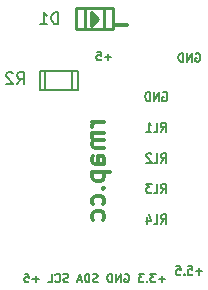
<source format=gbr>
G04 #@! TF.FileFunction,Legend,Bot*
%FSLAX46Y46*%
G04 Gerber Fmt 4.6, Leading zero omitted, Abs format (unit mm)*
G04 Created by KiCad (PCBNEW 0.201512051503+6347~38~ubuntu14.04.1-stable) date Sun 13 Dec 2015 13:51:11 CET*
%MOMM*%
G01*
G04 APERTURE LIST*
%ADD10C,0.100000*%
%ADD11C,0.175000*%
%ADD12C,0.300000*%
%ADD13C,0.127000*%
%ADD14C,0.254000*%
G04 APERTURE END LIST*
D10*
D11*
X149063000Y-94284000D02*
X148529667Y-94284000D01*
X148796334Y-94550667D02*
X148796334Y-94017333D01*
X147863000Y-93850667D02*
X148196333Y-93850667D01*
X148229667Y-94184000D01*
X148196333Y-94150667D01*
X148129667Y-94117333D01*
X147963000Y-94117333D01*
X147896333Y-94150667D01*
X147863000Y-94184000D01*
X147829667Y-94250667D01*
X147829667Y-94417333D01*
X147863000Y-94484000D01*
X147896333Y-94517333D01*
X147963000Y-94550667D01*
X148129667Y-94550667D01*
X148196333Y-94517333D01*
X148229667Y-94484000D01*
X156235333Y-94011000D02*
X156301999Y-93977667D01*
X156401999Y-93977667D01*
X156501999Y-94011000D01*
X156568666Y-94077667D01*
X156601999Y-94144333D01*
X156635333Y-94277667D01*
X156635333Y-94377667D01*
X156601999Y-94511000D01*
X156568666Y-94577667D01*
X156501999Y-94644333D01*
X156401999Y-94677667D01*
X156335333Y-94677667D01*
X156235333Y-94644333D01*
X156201999Y-94611000D01*
X156201999Y-94377667D01*
X156335333Y-94377667D01*
X155901999Y-94677667D02*
X155901999Y-93977667D01*
X155501999Y-94677667D01*
X155501999Y-93977667D01*
X155168666Y-94677667D02*
X155168666Y-93977667D01*
X155002000Y-93977667D01*
X154902000Y-94011000D01*
X154835333Y-94077667D01*
X154802000Y-94144333D01*
X154768666Y-94277667D01*
X154768666Y-94377667D01*
X154802000Y-94511000D01*
X154835333Y-94577667D01*
X154902000Y-94644333D01*
X155002000Y-94677667D01*
X155168666Y-94677667D01*
X156802000Y-112452143D02*
X156268667Y-112452143D01*
X156535334Y-112756905D02*
X156535334Y-112147381D01*
X155602000Y-111956905D02*
X155935333Y-111956905D01*
X155968667Y-112337857D01*
X155935333Y-112299762D01*
X155868667Y-112261667D01*
X155702000Y-112261667D01*
X155635333Y-112299762D01*
X155602000Y-112337857D01*
X155568667Y-112414048D01*
X155568667Y-112604524D01*
X155602000Y-112680714D01*
X155635333Y-112718810D01*
X155702000Y-112756905D01*
X155868667Y-112756905D01*
X155935333Y-112718810D01*
X155968667Y-112680714D01*
X155268666Y-112680714D02*
X155235333Y-112718810D01*
X155268666Y-112756905D01*
X155302000Y-112718810D01*
X155268666Y-112680714D01*
X155268666Y-112756905D01*
X154602000Y-111956905D02*
X154935333Y-111956905D01*
X154968667Y-112337857D01*
X154935333Y-112299762D01*
X154868667Y-112261667D01*
X154702000Y-112261667D01*
X154635333Y-112299762D01*
X154602000Y-112337857D01*
X154568667Y-112414048D01*
X154568667Y-112604524D01*
X154602000Y-112680714D01*
X154635333Y-112718810D01*
X154702000Y-112756905D01*
X154868667Y-112756905D01*
X154935333Y-112718810D01*
X154968667Y-112680714D01*
X153441333Y-97290000D02*
X153507999Y-97251905D01*
X153607999Y-97251905D01*
X153707999Y-97290000D01*
X153774666Y-97366190D01*
X153807999Y-97442381D01*
X153841333Y-97594762D01*
X153841333Y-97709048D01*
X153807999Y-97861429D01*
X153774666Y-97937619D01*
X153707999Y-98013810D01*
X153607999Y-98051905D01*
X153541333Y-98051905D01*
X153441333Y-98013810D01*
X153407999Y-97975714D01*
X153407999Y-97709048D01*
X153541333Y-97709048D01*
X153107999Y-98051905D02*
X153107999Y-97251905D01*
X152707999Y-98051905D01*
X152707999Y-97251905D01*
X152374666Y-98051905D02*
X152374666Y-97251905D01*
X152208000Y-97251905D01*
X152108000Y-97290000D01*
X152041333Y-97366190D01*
X152008000Y-97442381D01*
X151974666Y-97594762D01*
X151974666Y-97709048D01*
X152008000Y-97861429D01*
X152041333Y-97937619D01*
X152108000Y-98013810D01*
X152208000Y-98051905D01*
X152374666Y-98051905D01*
X153308000Y-100641905D02*
X153541334Y-100260952D01*
X153708000Y-100641905D02*
X153708000Y-99841905D01*
X153441334Y-99841905D01*
X153374667Y-99880000D01*
X153341334Y-99918095D01*
X153308000Y-99994286D01*
X153308000Y-100108571D01*
X153341334Y-100184762D01*
X153374667Y-100222857D01*
X153441334Y-100260952D01*
X153708000Y-100260952D01*
X152674667Y-100641905D02*
X153008000Y-100641905D01*
X153008000Y-99841905D01*
X152074667Y-100641905D02*
X152474667Y-100641905D01*
X152274667Y-100641905D02*
X152274667Y-99841905D01*
X152341333Y-99956190D01*
X152408000Y-100032381D01*
X152474667Y-100070476D01*
X153308000Y-103231905D02*
X153541334Y-102850952D01*
X153708000Y-103231905D02*
X153708000Y-102431905D01*
X153441334Y-102431905D01*
X153374667Y-102470000D01*
X153341334Y-102508095D01*
X153308000Y-102584286D01*
X153308000Y-102698571D01*
X153341334Y-102774762D01*
X153374667Y-102812857D01*
X153441334Y-102850952D01*
X153708000Y-102850952D01*
X152674667Y-103231905D02*
X153008000Y-103231905D01*
X153008000Y-102431905D01*
X152474667Y-102508095D02*
X152441333Y-102470000D01*
X152374667Y-102431905D01*
X152208000Y-102431905D01*
X152141333Y-102470000D01*
X152108000Y-102508095D01*
X152074667Y-102584286D01*
X152074667Y-102660476D01*
X152108000Y-102774762D01*
X152508000Y-103231905D01*
X152074667Y-103231905D01*
X153308000Y-105821905D02*
X153541334Y-105440952D01*
X153708000Y-105821905D02*
X153708000Y-105021905D01*
X153441334Y-105021905D01*
X153374667Y-105060000D01*
X153341334Y-105098095D01*
X153308000Y-105174286D01*
X153308000Y-105288571D01*
X153341334Y-105364762D01*
X153374667Y-105402857D01*
X153441334Y-105440952D01*
X153708000Y-105440952D01*
X152674667Y-105821905D02*
X153008000Y-105821905D01*
X153008000Y-105021905D01*
X152508000Y-105021905D02*
X152074667Y-105021905D01*
X152308000Y-105326667D01*
X152208000Y-105326667D01*
X152141333Y-105364762D01*
X152108000Y-105402857D01*
X152074667Y-105479048D01*
X152074667Y-105669524D01*
X152108000Y-105745714D01*
X152141333Y-105783810D01*
X152208000Y-105821905D01*
X152408000Y-105821905D01*
X152474667Y-105783810D01*
X152508000Y-105745714D01*
X153308000Y-108411905D02*
X153541334Y-108030952D01*
X153708000Y-108411905D02*
X153708000Y-107611905D01*
X153441334Y-107611905D01*
X153374667Y-107650000D01*
X153341334Y-107688095D01*
X153308000Y-107764286D01*
X153308000Y-107878571D01*
X153341334Y-107954762D01*
X153374667Y-107992857D01*
X153441334Y-108030952D01*
X153708000Y-108030952D01*
X152674667Y-108411905D02*
X153008000Y-108411905D01*
X153008000Y-107611905D01*
X152141333Y-107878571D02*
X152141333Y-108411905D01*
X152308000Y-107573810D02*
X152474667Y-108145238D01*
X152041333Y-108145238D01*
X153651000Y-113080000D02*
X153117667Y-113080000D01*
X153384334Y-113346667D02*
X153384334Y-112813333D01*
X152851000Y-112646667D02*
X152417667Y-112646667D01*
X152651000Y-112913333D01*
X152551000Y-112913333D01*
X152484333Y-112946667D01*
X152451000Y-112980000D01*
X152417667Y-113046667D01*
X152417667Y-113213333D01*
X152451000Y-113280000D01*
X152484333Y-113313333D01*
X152551000Y-113346667D01*
X152751000Y-113346667D01*
X152817667Y-113313333D01*
X152851000Y-113280000D01*
X152117666Y-113280000D02*
X152084333Y-113313333D01*
X152117666Y-113346667D01*
X152151000Y-113313333D01*
X152117666Y-113280000D01*
X152117666Y-113346667D01*
X151851000Y-112646667D02*
X151417667Y-112646667D01*
X151651000Y-112913333D01*
X151551000Y-112913333D01*
X151484333Y-112946667D01*
X151451000Y-112980000D01*
X151417667Y-113046667D01*
X151417667Y-113213333D01*
X151451000Y-113280000D01*
X151484333Y-113313333D01*
X151551000Y-113346667D01*
X151751000Y-113346667D01*
X151817667Y-113313333D01*
X151851000Y-113280000D01*
X150217667Y-112680000D02*
X150284333Y-112646667D01*
X150384333Y-112646667D01*
X150484333Y-112680000D01*
X150551000Y-112746667D01*
X150584333Y-112813333D01*
X150617667Y-112946667D01*
X150617667Y-113046667D01*
X150584333Y-113180000D01*
X150551000Y-113246667D01*
X150484333Y-113313333D01*
X150384333Y-113346667D01*
X150317667Y-113346667D01*
X150217667Y-113313333D01*
X150184333Y-113280000D01*
X150184333Y-113046667D01*
X150317667Y-113046667D01*
X149884333Y-113346667D02*
X149884333Y-112646667D01*
X149484333Y-113346667D01*
X149484333Y-112646667D01*
X149151000Y-113346667D02*
X149151000Y-112646667D01*
X148984334Y-112646667D01*
X148884334Y-112680000D01*
X148817667Y-112746667D01*
X148784334Y-112813333D01*
X148751000Y-112946667D01*
X148751000Y-113046667D01*
X148784334Y-113180000D01*
X148817667Y-113246667D01*
X148884334Y-113313333D01*
X148984334Y-113346667D01*
X149151000Y-113346667D01*
X147951001Y-113313333D02*
X147851001Y-113346667D01*
X147684334Y-113346667D01*
X147617667Y-113313333D01*
X147584334Y-113280000D01*
X147551001Y-113213333D01*
X147551001Y-113146667D01*
X147584334Y-113080000D01*
X147617667Y-113046667D01*
X147684334Y-113013333D01*
X147817667Y-112980000D01*
X147884334Y-112946667D01*
X147917667Y-112913333D01*
X147951001Y-112846667D01*
X147951001Y-112780000D01*
X147917667Y-112713333D01*
X147884334Y-112680000D01*
X147817667Y-112646667D01*
X147651001Y-112646667D01*
X147551001Y-112680000D01*
X147251000Y-113346667D02*
X147251000Y-112646667D01*
X147084334Y-112646667D01*
X146984334Y-112680000D01*
X146917667Y-112746667D01*
X146884334Y-112813333D01*
X146851000Y-112946667D01*
X146851000Y-113046667D01*
X146884334Y-113180000D01*
X146917667Y-113246667D01*
X146984334Y-113313333D01*
X147084334Y-113346667D01*
X147251000Y-113346667D01*
X146584334Y-113146667D02*
X146251000Y-113146667D01*
X146651000Y-113346667D02*
X146417667Y-112646667D01*
X146184334Y-113346667D01*
X145451001Y-113313333D02*
X145351001Y-113346667D01*
X145184334Y-113346667D01*
X145117667Y-113313333D01*
X145084334Y-113280000D01*
X145051001Y-113213333D01*
X145051001Y-113146667D01*
X145084334Y-113080000D01*
X145117667Y-113046667D01*
X145184334Y-113013333D01*
X145317667Y-112980000D01*
X145384334Y-112946667D01*
X145417667Y-112913333D01*
X145451001Y-112846667D01*
X145451001Y-112780000D01*
X145417667Y-112713333D01*
X145384334Y-112680000D01*
X145317667Y-112646667D01*
X145151001Y-112646667D01*
X145051001Y-112680000D01*
X144351000Y-113280000D02*
X144384334Y-113313333D01*
X144484334Y-113346667D01*
X144551000Y-113346667D01*
X144651000Y-113313333D01*
X144717667Y-113246667D01*
X144751000Y-113180000D01*
X144784334Y-113046667D01*
X144784334Y-112946667D01*
X144751000Y-112813333D01*
X144717667Y-112746667D01*
X144651000Y-112680000D01*
X144551000Y-112646667D01*
X144484334Y-112646667D01*
X144384334Y-112680000D01*
X144351000Y-112713333D01*
X143717667Y-113346667D02*
X144051000Y-113346667D01*
X144051000Y-112646667D01*
X142951000Y-113080000D02*
X142417667Y-113080000D01*
X142684334Y-113346667D02*
X142684334Y-112813333D01*
X141751000Y-112646667D02*
X142084333Y-112646667D01*
X142117667Y-112980000D01*
X142084333Y-112946667D01*
X142017667Y-112913333D01*
X141851000Y-112913333D01*
X141784333Y-112946667D01*
X141751000Y-112980000D01*
X141717667Y-113046667D01*
X141717667Y-113213333D01*
X141751000Y-113280000D01*
X141784333Y-113313333D01*
X141851000Y-113346667D01*
X142017667Y-113346667D01*
X142084333Y-113313333D01*
X142117667Y-113280000D01*
D12*
X149288572Y-91547143D02*
X150431429Y-91547143D01*
X148506571Y-99778858D02*
X147506571Y-99778858D01*
X147792286Y-99778858D02*
X147649429Y-99850286D01*
X147578000Y-99921715D01*
X147506571Y-100064572D01*
X147506571Y-100207429D01*
X148506571Y-100707429D02*
X147506571Y-100707429D01*
X147649429Y-100707429D02*
X147578000Y-100778857D01*
X147506571Y-100921715D01*
X147506571Y-101136000D01*
X147578000Y-101278857D01*
X147720857Y-101350286D01*
X148506571Y-101350286D01*
X147720857Y-101350286D02*
X147578000Y-101421715D01*
X147506571Y-101564572D01*
X147506571Y-101778857D01*
X147578000Y-101921715D01*
X147720857Y-101993143D01*
X148506571Y-101993143D01*
X148506571Y-103350286D02*
X147720857Y-103350286D01*
X147578000Y-103278857D01*
X147506571Y-103136000D01*
X147506571Y-102850286D01*
X147578000Y-102707429D01*
X148435143Y-103350286D02*
X148506571Y-103207429D01*
X148506571Y-102850286D01*
X148435143Y-102707429D01*
X148292286Y-102636000D01*
X148149429Y-102636000D01*
X148006571Y-102707429D01*
X147935143Y-102850286D01*
X147935143Y-103207429D01*
X147863714Y-103350286D01*
X147506571Y-104064572D02*
X149006571Y-104064572D01*
X147578000Y-104064572D02*
X147506571Y-104207429D01*
X147506571Y-104493143D01*
X147578000Y-104636000D01*
X147649429Y-104707429D01*
X147792286Y-104778858D01*
X148220857Y-104778858D01*
X148363714Y-104707429D01*
X148435143Y-104636000D01*
X148506571Y-104493143D01*
X148506571Y-104207429D01*
X148435143Y-104064572D01*
X148363714Y-105421715D02*
X148435143Y-105493143D01*
X148506571Y-105421715D01*
X148435143Y-105350286D01*
X148363714Y-105421715D01*
X148506571Y-105421715D01*
X148435143Y-106778858D02*
X148506571Y-106636001D01*
X148506571Y-106350287D01*
X148435143Y-106207429D01*
X148363714Y-106136001D01*
X148220857Y-106064572D01*
X147792286Y-106064572D01*
X147649429Y-106136001D01*
X147578000Y-106207429D01*
X147506571Y-106350287D01*
X147506571Y-106636001D01*
X147578000Y-106778858D01*
X148435143Y-108064572D02*
X148506571Y-107921715D01*
X148506571Y-107636001D01*
X148435143Y-107493143D01*
X148363714Y-107421715D01*
X148220857Y-107350286D01*
X147792286Y-107350286D01*
X147649429Y-107421715D01*
X147578000Y-107493143D01*
X147506571Y-107636001D01*
X147506571Y-107921715D01*
X147578000Y-108064572D01*
D13*
X145796000Y-95453200D02*
X145796000Y-97078800D01*
X143510000Y-97078800D02*
X143510000Y-95453200D01*
X143052800Y-97078800D02*
X143052800Y-95453200D01*
X143052800Y-95453200D02*
X146253200Y-95453200D01*
X146253200Y-95453200D02*
X146253200Y-97078800D01*
X146253200Y-97078800D02*
X143052800Y-97078800D01*
D14*
X147670520Y-91259660D02*
X147670520Y-90959940D01*
X147571460Y-90759280D02*
X147571460Y-91358720D01*
X147370800Y-91658440D02*
X147370800Y-90459560D01*
X147370800Y-90459560D02*
X147970240Y-91059000D01*
X147970240Y-91059000D02*
X147370800Y-91658440D01*
X148470620Y-90159840D02*
X148470620Y-91958160D01*
X146870420Y-91958160D02*
X146870420Y-90159840D01*
X146070320Y-91958160D02*
X149270720Y-91958160D01*
X149270720Y-91958160D02*
X149270720Y-90159840D01*
X149270720Y-90159840D02*
X146070320Y-90159840D01*
X146070320Y-90159840D02*
X146070320Y-91958160D01*
D11*
X141136666Y-96591381D02*
X141470000Y-96115190D01*
X141708095Y-96591381D02*
X141708095Y-95591381D01*
X141327142Y-95591381D01*
X141231904Y-95639000D01*
X141184285Y-95686619D01*
X141136666Y-95781857D01*
X141136666Y-95924714D01*
X141184285Y-96019952D01*
X141231904Y-96067571D01*
X141327142Y-96115190D01*
X141708095Y-96115190D01*
X140755714Y-95686619D02*
X140708095Y-95639000D01*
X140612857Y-95591381D01*
X140374761Y-95591381D01*
X140279523Y-95639000D01*
X140231904Y-95686619D01*
X140184285Y-95781857D01*
X140184285Y-95877095D01*
X140231904Y-96019952D01*
X140803333Y-96591381D01*
X140184285Y-96591381D01*
X144598615Y-91511381D02*
X144598615Y-90511381D01*
X144360520Y-90511381D01*
X144217662Y-90559000D01*
X144122424Y-90654238D01*
X144074805Y-90749476D01*
X144027186Y-90939952D01*
X144027186Y-91082810D01*
X144074805Y-91273286D01*
X144122424Y-91368524D01*
X144217662Y-91463762D01*
X144360520Y-91511381D01*
X144598615Y-91511381D01*
X143074805Y-91511381D02*
X143646234Y-91511381D01*
X143360520Y-91511381D02*
X143360520Y-90511381D01*
X143455758Y-90654238D01*
X143550996Y-90749476D01*
X143646234Y-90797095D01*
M02*

</source>
